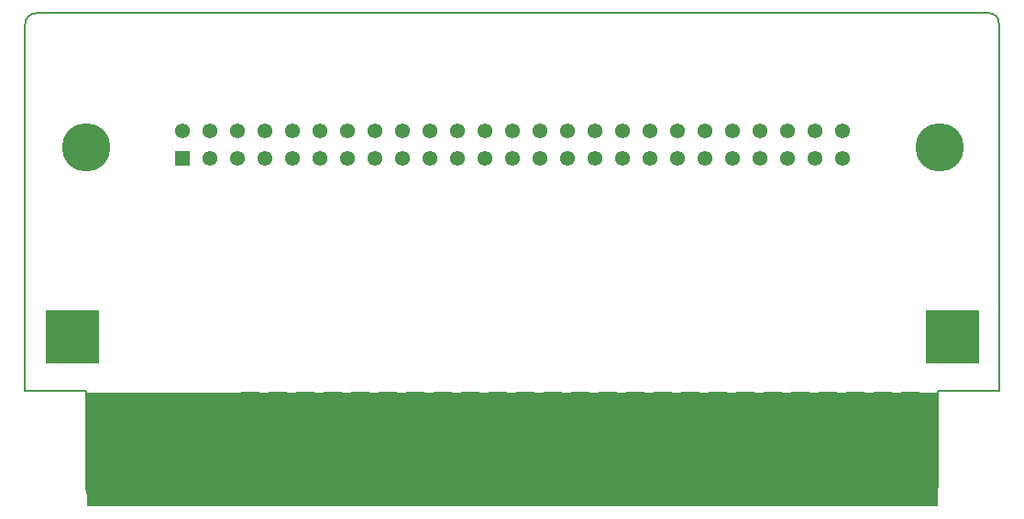
<source format=gbr>
G04 DesignSpark PCB PRO Gerber Version 10.0 Build 5299*
G04 #@! TF.Part,Single*
G04 #@! TF.FileFunction,Soldermask,Top*
G04 #@! TF.FilePolarity,Negative*
%FSLAX35Y35*%
%MOIN*%
G04 #@! TA.AperFunction,SMDPad,CuDef*
%ADD12R,0.06893X0.35633*%
G04 #@! TA.AperFunction,ComponentPad*
%ADD124R,0.05450X0.05450*%
G04 #@! TA.AperFunction,TestPad*
%ADD147R,0.19686X0.19686*%
G04 #@! TD.AperFunction*
%ADD23C,0.00500*%
G04 #@! TA.AperFunction,ComponentPad*
%ADD125C,0.05450*%
%ADD126C,0.17600*%
G04 #@! TA.AperFunction,TestPad*
%ADD135R,3.09607X0.41339*%
G04 #@! TD.AperFunction*
X0Y0D02*
D02*
D12*
X198511Y35341D03*
X208511D03*
X218511D03*
X228511D03*
X238511D03*
X248511D03*
X258511D03*
X268511D03*
X278511D03*
X288511D03*
X298511D03*
X308511D03*
X318511D03*
X328511D03*
X338511D03*
X348511D03*
X358511D03*
X368511D03*
X378511D03*
X388511D03*
X398511D03*
X408511D03*
X418511D03*
X428511D03*
X438511D03*
D02*
D23*
X142863Y13541D02*
X443513D01*
G75*
G03*
X448256Y18283I0J4743D01*
G01*
Y53391D01*
X470596D01*
Y187243D01*
G75*
G03*
X467023Y190816I-3573J0D01*
G01*
X120594D01*
G75*
G03*
X116529Y186751I0J-4065D01*
G01*
Y53142D01*
X138744D01*
Y17659D01*
G75*
G03*
X142863Y13541I4119J0D01*
G01*
D02*
D124*
X173810Y138002D03*
D02*
D125*
Y148002D03*
X183810Y138002D03*
Y148002D03*
X193810Y138002D03*
Y148002D03*
X203810Y138002D03*
Y148002D03*
X213810Y138002D03*
Y148002D03*
X223810Y138002D03*
Y148002D03*
X233810Y138002D03*
Y148002D03*
X243810Y138002D03*
Y148002D03*
X253810Y138002D03*
Y148002D03*
X263810Y138002D03*
Y148002D03*
X273810Y138002D03*
Y148002D03*
X283810Y138002D03*
Y148002D03*
X293810Y138002D03*
Y148002D03*
X303810Y138002D03*
Y148002D03*
X313810Y138002D03*
Y148002D03*
X323810Y138002D03*
Y148002D03*
X333810Y138002D03*
Y148002D03*
X343810Y138002D03*
Y148002D03*
X353810Y138002D03*
Y148002D03*
X363810Y138002D03*
Y148002D03*
X373810Y138002D03*
Y148002D03*
X383810Y138002D03*
Y148002D03*
X393810Y138002D03*
Y148002D03*
X403810Y138002D03*
Y148002D03*
X413810Y138002D03*
Y148002D03*
D02*
D126*
X138610Y142002D03*
X449010D03*
D02*
D135*
X293689Y31752D03*
D02*
D147*
X133689Y73002D03*
X453689D03*
X0Y0D02*
M02*

</source>
